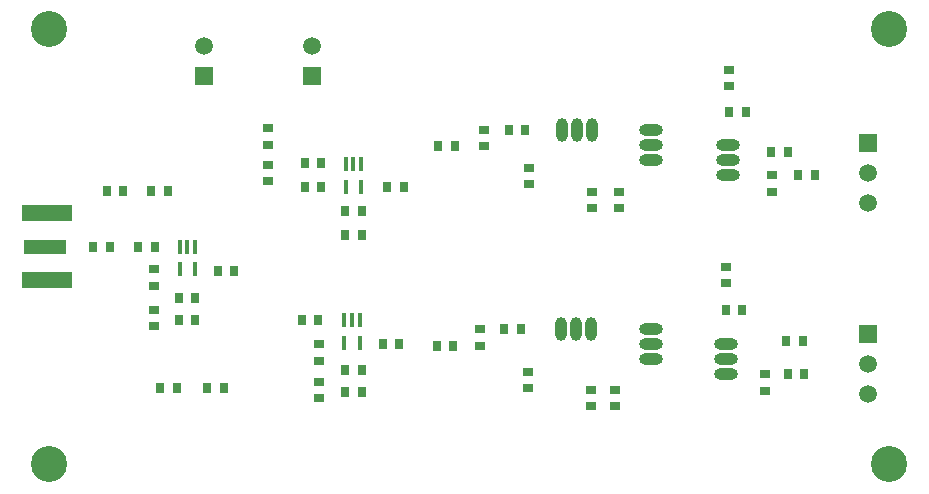
<source format=gbr>
%TF.GenerationSoftware,Altium Limited,Altium Designer,22.7.1 (60)*%
G04 Layer_Color=255*
%FSLAX45Y45*%
%MOMM*%
%TF.SameCoordinates,8DF05635-03F1-411C-9BC5-7CD19558B576*%
%TF.FilePolarity,Positive*%
%TF.FileFunction,Pads,Top*%
%TF.Part,Single*%
G01*
G75*
%TA.AperFunction,SMDPad,CuDef*%
%ADD10R,0.80000X0.90000*%
%ADD11R,0.90000X0.80000*%
%TA.AperFunction,ConnectorPad*%
%ADD12R,4.20000X1.35000*%
%ADD13R,3.60000X1.27000*%
%TA.AperFunction,SMDPad,CuDef*%
G04:AMPARAMS|DCode=14|XSize=1.19mm|YSize=0.4mm|CornerRadius=0.05mm|HoleSize=0mm|Usage=FLASHONLY|Rotation=270.000|XOffset=0mm|YOffset=0mm|HoleType=Round|Shape=RoundedRectangle|*
%AMROUNDEDRECTD14*
21,1,1.19000,0.30000,0,0,270.0*
21,1,1.09000,0.40000,0,0,270.0*
1,1,0.10000,-0.15000,-0.54500*
1,1,0.10000,-0.15000,0.54500*
1,1,0.10000,0.15000,0.54500*
1,1,0.10000,0.15000,-0.54500*
%
%ADD14ROUNDEDRECTD14*%
%TA.AperFunction,ComponentPad*%
%ADD16R,1.50000X1.50000*%
%ADD17C,1.50000*%
%TA.AperFunction,WasherPad*%
%ADD18C,3.04800*%
%TA.AperFunction,ComponentPad*%
%ADD19O,2.00000X1.00000*%
%ADD20O,2.00000X1.00000*%
%ADD21O,1.00000X2.00000*%
%ADD22O,1.00000X2.00000*%
D10*
X9048900Y5435600D02*
D03*
X8908900D02*
D03*
X9137500Y5245100D02*
D03*
X9277500D02*
D03*
X9048600Y3556000D02*
D03*
X9188600D02*
D03*
X9175900Y3835400D02*
D03*
X9035900D02*
D03*
X5619600Y3810000D02*
D03*
X5759600D02*
D03*
X5656500Y5137900D02*
D03*
X5796500D02*
D03*
X6230837Y5487576D02*
D03*
X6090837D02*
D03*
X6826400Y5626100D02*
D03*
X6686400D02*
D03*
X8553300Y5778500D02*
D03*
X8693300D02*
D03*
X6216800Y3797300D02*
D03*
X6076800D02*
D03*
X3308500Y4635500D02*
D03*
X3168500D02*
D03*
X8521816Y4098847D02*
D03*
X8661816D02*
D03*
X6788300Y3937000D02*
D03*
X6648300D02*
D03*
X4134000Y3441700D02*
D03*
X4274000D02*
D03*
X3733800Y3441700D02*
D03*
X3873800D02*
D03*
X5073800Y4013200D02*
D03*
X4933800D02*
D03*
X5442100Y3403600D02*
D03*
X5302100D02*
D03*
X5442100Y3594100D02*
D03*
X5302100D02*
D03*
X5098000Y5137900D02*
D03*
X4958000D02*
D03*
X5440900Y4731500D02*
D03*
X5300900D02*
D03*
X5440900Y4934700D02*
D03*
X5300900D02*
D03*
X3797600Y5105400D02*
D03*
X3657600D02*
D03*
X3423100Y5105400D02*
D03*
X3283100D02*
D03*
X4032700Y4203700D02*
D03*
X3892700D02*
D03*
X4032700Y4013200D02*
D03*
X3892700D02*
D03*
X3689800Y4635500D02*
D03*
X3549800D02*
D03*
X4222900Y4432300D02*
D03*
X4362900D02*
D03*
X4958000Y5341100D02*
D03*
X5098000D02*
D03*
D11*
X7378700Y3422800D02*
D03*
Y3282800D02*
D03*
X6858000Y5302400D02*
D03*
Y5162400D02*
D03*
X6476583Y5627505D02*
D03*
Y5487505D02*
D03*
X8915400Y5238900D02*
D03*
Y5098900D02*
D03*
X8547100Y6134400D02*
D03*
Y5994400D02*
D03*
X7391400Y5099200D02*
D03*
Y4959200D02*
D03*
X7620000Y5099200D02*
D03*
Y4959200D02*
D03*
X7581900Y3422800D02*
D03*
Y3282800D02*
D03*
X8521700Y4464200D02*
D03*
Y4324200D02*
D03*
X8855659Y3554489D02*
D03*
Y3414489D02*
D03*
X6845300Y3575200D02*
D03*
Y3435200D02*
D03*
X6438900Y3937000D02*
D03*
Y3797000D02*
D03*
X5080000Y3352500D02*
D03*
Y3492500D02*
D03*
Y3810300D02*
D03*
Y3670300D02*
D03*
X4647000Y5639700D02*
D03*
Y5499700D02*
D03*
X4647000Y5328400D02*
D03*
Y5188400D02*
D03*
X3686407Y3960330D02*
D03*
Y4100330D02*
D03*
Y4443072D02*
D03*
Y4303072D02*
D03*
D12*
X2775900Y4353000D02*
D03*
Y4918000D02*
D03*
D13*
X2755900Y4635500D02*
D03*
D14*
X5424400Y3821200D02*
D03*
X5294400D02*
D03*
Y4013200D02*
D03*
X5359400D02*
D03*
X5424400D02*
D03*
X4028660Y4444010D02*
D03*
X3898659D02*
D03*
Y4636010D02*
D03*
X3963660D02*
D03*
X4028660D02*
D03*
X5435900Y5335500D02*
D03*
X5370900D02*
D03*
X5305900D02*
D03*
Y5143500D02*
D03*
X5435900D02*
D03*
D16*
X9728200Y5511800D02*
D03*
Y3898900D02*
D03*
X5016500Y6083300D02*
D03*
X4102100D02*
D03*
D17*
X9728200Y5257800D02*
D03*
Y5003800D02*
D03*
Y3644900D02*
D03*
Y3390900D02*
D03*
X5016500Y6337300D02*
D03*
X4102100D02*
D03*
D18*
X2794000Y6477000D02*
D03*
Y2794000D02*
D03*
X9906000D02*
D03*
Y6477000D02*
D03*
D19*
X8539626Y5245100D02*
D03*
Y5499100D02*
D03*
X8521700Y3556000D02*
D03*
Y3810000D02*
D03*
X7886700Y3683000D02*
D03*
Y3937000D02*
D03*
Y5372100D02*
D03*
Y5626100D02*
D03*
D20*
X8539626Y5372100D02*
D03*
X8521700Y3683000D02*
D03*
X7886700Y3810000D02*
D03*
Y5499100D02*
D03*
D21*
X7124700Y3937000D02*
D03*
X7378700D02*
D03*
X7391400Y5626100D02*
D03*
X7137400D02*
D03*
D22*
X7251700Y3937000D02*
D03*
X7264400Y5626100D02*
D03*
%TF.MD5,e75b4d4b273096fce9180e157a2c0c0b*%
M02*

</source>
